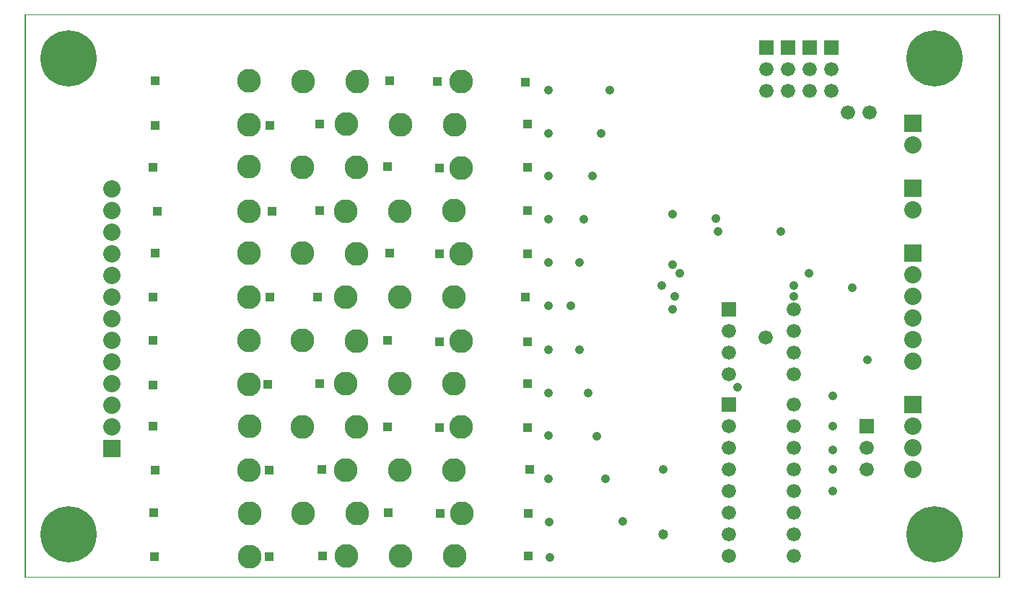
<source format=gbs>
G04*
G04 Format:               Gerber RS-274X*
G04 Layer:                BottomSolderMask*
G04 This File Name:       bms.gbs*
G04 Source File Name:     bms.rrb*
G04 Unique ID:            f0a94124-7116-492a-8d2f-4ebec7e5445f*
G04 Generated Date:       Thursday, 13 March 2014 15:34:31*
G04*
G04 Created Using:        Robot Room Copper Connection v2.5.5143*
G04 Software Contact:     http://www.robotroom.com/CopperConnection/Support.aspx*
G04 License Number:       1402*
G04*
G04 Zero Suppression:     Leading*
G04 Number Precision:     2.4*
G04*
G04 Polarity:             Negative. Dark is solderable. Clear space is coating.*
G04*
%FSLAX24Y24*%
%MOIN*%
%LNBottomSolderMask*%
%ADD10C,.041*%
%ADD11C,.047*%
%ADD12C,.066*%
%ADD13C,.08*%
%ADD14C,.11*%
%ADD15C,.26*%
%ADD16R,.006X.006*%
%ADD17R,.066X.066*%
%ADD18R,.08X.08*%
%ADD19R,.04X.04*%
D10*
G01X26800Y4540D03*
X27600Y2570D03*
X24200Y2560D03*
X24250Y930D03*
X26400Y6530D03*
X26000Y8510D03*
X25600Y10520D03*
X24170Y4540D03*
Y6540D03*
X25200Y12550D03*
X24170Y8520D03*
Y10520D03*
Y12550D03*
X26610Y20510D03*
X24170Y14550D03*
X25600D03*
X27010Y22510D03*
X24170Y16550D03*
Y18550D03*
X26200D03*
X24180Y20510D03*
Y22510D03*
X25810Y16550D03*
X29900Y14450D03*
Y16800D03*
X29400Y13470D03*
X31910Y16600D03*
X35500Y13500D03*
Y13000D03*
X30250Y14060D03*
X32000Y16000D03*
X34900D03*
X30000Y13000D03*
X38910Y10050D03*
X29900Y12400D03*
X29480Y5000D03*
X32900Y8800D03*
X37320Y5000D03*
Y4000D03*
Y5900D03*
Y7000D03*
Y8400D03*
X38200Y13400D03*
X36200Y14060D03*
D11*
X29490Y1980D03*
D12*
X37250Y22500D03*
X32500Y7000D03*
X37250Y23500D03*
X32500Y6000D03*
Y5000D03*
Y4000D03*
Y3000D03*
Y2000D03*
Y1000D03*
X35500D03*
Y2000D03*
Y3000D03*
Y4000D03*
Y5000D03*
Y6000D03*
Y7000D03*
Y8000D03*
X35250Y22500D03*
Y23500D03*
X34250Y22500D03*
Y23500D03*
X32500Y11400D03*
Y10400D03*
Y9400D03*
X35500D03*
Y10400D03*
Y11400D03*
Y12400D03*
X38000Y21500D03*
X39000D03*
X38890Y4990D03*
Y5990D03*
X34200Y11090D03*
X36250Y22500D03*
Y23500D03*
D13*
X4000Y7960D03*
Y8960D03*
Y6960D03*
Y10960D03*
Y9960D03*
Y11960D03*
Y13960D03*
Y12960D03*
Y14960D03*
Y15960D03*
X41010Y13000D03*
Y12000D03*
Y14000D03*
Y10000D03*
X4000Y17960D03*
Y16960D03*
X41010Y11000D03*
Y5990D03*
Y4990D03*
Y6990D03*
Y20000D03*
Y17000D03*
D14*
X10360Y2960D03*
Y960D03*
X20170Y2960D03*
X12850Y2950D03*
X15350Y2960D03*
X14850Y970D03*
X17350D03*
X19850D03*
X10380Y6970D03*
X10330Y4940D03*
X20140Y6940D03*
X12820Y6960D03*
X15320Y6950D03*
X14820Y4960D03*
X17320D03*
X19820Y4950D03*
X10330Y10960D03*
Y8920D03*
X20140Y10920D03*
X12820Y10940D03*
X15320Y10930D03*
X14820Y8950D03*
X17320D03*
X19820Y8940D03*
X10330Y14970D03*
Y12950D03*
X20140Y14950D03*
X12820Y14970D03*
X15320Y14960D03*
X14820Y12950D03*
X17320D03*
X19820D03*
X10330Y18970D03*
Y16930D03*
X20140Y18930D03*
X12820Y18960D03*
X15320Y18950D03*
X14820Y16920D03*
X17320Y16930D03*
X19820Y16940D03*
X10340Y22940D03*
Y20910D03*
X20150Y22910D03*
X12830Y22930D03*
X15330Y22920D03*
X14830Y20940D03*
X17330Y20930D03*
X19830Y20920D03*
D15*
X2000Y24000D03*
X42000D03*
Y2000D03*
X2000D03*
D17*
X32500Y8000D03*
X37250Y24500D03*
X32500Y12400D03*
X35250Y24500D03*
X34250D03*
X38890Y6990D03*
X36250Y24500D03*
D18*
X4000Y5960D03*
X41010Y15000D03*
Y7990D03*
Y21000D03*
Y18000D03*
D19*
X11260Y940D03*
Y4940D03*
X5980Y960D03*
X13740Y1000D03*
X23230D03*
Y2960D03*
X5940Y2980D03*
X16770Y2990D03*
X23310Y4970D03*
X19170Y2950D03*
X13700Y4970D03*
X6000Y4940D03*
X11300Y12940D03*
X11400Y16920D03*
X11300Y20900D03*
X5900Y8900D03*
X13600Y8960D03*
X5900Y12940D03*
X11200Y8920D03*
X6100Y16910D03*
X6000Y20900D03*
X23210Y8960D03*
X13500Y12940D03*
X23110D03*
X13600Y16940D03*
X23210D03*
X13600Y20960D03*
X23210Y20940D03*
X5900Y6980D03*
X16730Y6950D03*
X5900Y10940D03*
X16730Y10950D03*
X6000Y15000D03*
X16830Y14990D03*
X5900Y18960D03*
X16730Y18970D03*
X6000Y22940D03*
X16830Y22950D03*
X23200Y6930D03*
X19140Y6910D03*
X23200Y10900D03*
X19140Y10890D03*
X23200Y14960D03*
X19140D03*
X23200Y18940D03*
X19140Y18930D03*
X23100Y22900D03*
X19040Y22910D03*
D16*
X0Y26000D02*
X45000D01*
Y0D01*
X0D01*
Y26000D01*
M02*

</source>
